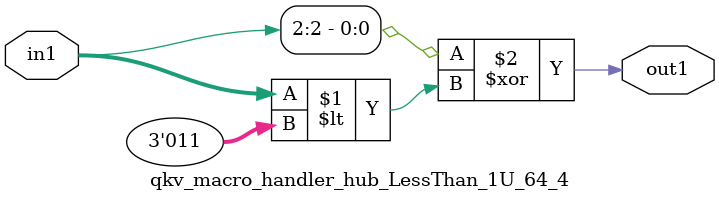
<source format=v>

`timescale 1ps / 1ps


module qkv_macro_handler_hub_LessThan_1U_64_4( in1, out1 );

    input [2:0] in1;
    output out1;

    
    // rtl_process:qkv_macro_handler_hub_LessThan_1U_52_4/qkv_macro_handler_hub_LessThan_1U_52_4_thread_1
    assign out1 = (in1[2] ^ in1 < 3'd3);

endmodule





</source>
